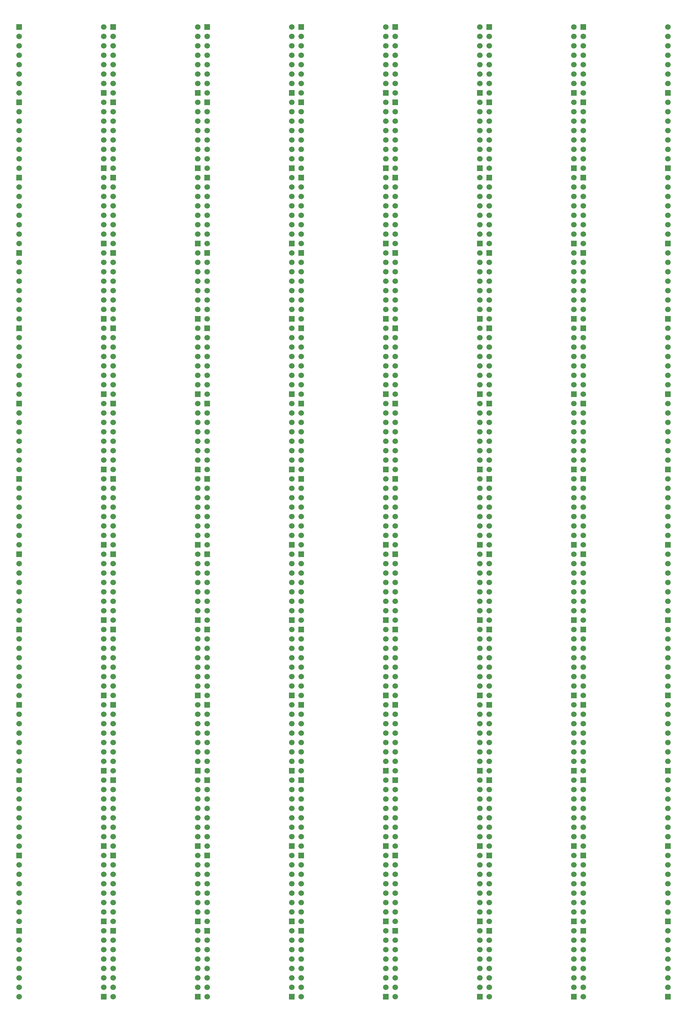
<source format=gbl>
G04 Layer_Physical_Order=2*
G04 Layer_Color=16711680*
%FSLAX25Y25*%
%MOIN*%
G70*
G01*
G75*
%ADD12C,0.05906*%
%ADD13R,0.05906X0.05906*%
D12*
X5000Y5000D02*
D03*
Y15000D02*
D03*
Y25000D02*
D03*
Y35000D02*
D03*
Y45000D02*
D03*
Y55000D02*
D03*
Y65000D02*
D03*
X95000Y75000D02*
D03*
Y65000D02*
D03*
Y55000D02*
D03*
Y45000D02*
D03*
Y35000D02*
D03*
Y25000D02*
D03*
Y15000D02*
D03*
X5000Y145000D02*
D03*
Y135000D02*
D03*
Y125000D02*
D03*
Y115000D02*
D03*
Y105000D02*
D03*
Y95000D02*
D03*
Y85000D02*
D03*
X95000Y95000D02*
D03*
Y105000D02*
D03*
Y115000D02*
D03*
Y125000D02*
D03*
Y135000D02*
D03*
Y145000D02*
D03*
Y155000D02*
D03*
X5000Y225000D02*
D03*
Y215000D02*
D03*
Y205000D02*
D03*
Y195000D02*
D03*
Y185000D02*
D03*
Y175000D02*
D03*
Y165000D02*
D03*
X95000Y175000D02*
D03*
Y185000D02*
D03*
Y195000D02*
D03*
Y205000D02*
D03*
Y215000D02*
D03*
Y225000D02*
D03*
Y235000D02*
D03*
X5000Y305000D02*
D03*
Y295000D02*
D03*
Y285000D02*
D03*
Y275000D02*
D03*
Y265000D02*
D03*
Y255000D02*
D03*
Y245000D02*
D03*
X95000Y255000D02*
D03*
Y265000D02*
D03*
Y275000D02*
D03*
Y285000D02*
D03*
Y295000D02*
D03*
Y305000D02*
D03*
Y315000D02*
D03*
X5000Y385000D02*
D03*
Y375000D02*
D03*
Y365000D02*
D03*
Y355000D02*
D03*
Y345000D02*
D03*
Y335000D02*
D03*
Y325000D02*
D03*
X95000Y335000D02*
D03*
Y345000D02*
D03*
Y355000D02*
D03*
Y365000D02*
D03*
Y375000D02*
D03*
Y385000D02*
D03*
Y395000D02*
D03*
X5000Y465000D02*
D03*
Y455000D02*
D03*
Y445000D02*
D03*
Y435000D02*
D03*
Y425000D02*
D03*
Y415000D02*
D03*
Y405000D02*
D03*
X95000Y415000D02*
D03*
Y425000D02*
D03*
Y435000D02*
D03*
Y445000D02*
D03*
Y455000D02*
D03*
Y465000D02*
D03*
Y475000D02*
D03*
X5000Y545000D02*
D03*
Y535000D02*
D03*
Y525000D02*
D03*
Y515000D02*
D03*
Y505000D02*
D03*
Y495000D02*
D03*
Y485000D02*
D03*
X95000Y495000D02*
D03*
Y505000D02*
D03*
Y515000D02*
D03*
Y525000D02*
D03*
Y535000D02*
D03*
Y545000D02*
D03*
Y555000D02*
D03*
X5000Y625000D02*
D03*
Y615000D02*
D03*
Y605000D02*
D03*
Y595000D02*
D03*
Y585000D02*
D03*
Y575000D02*
D03*
Y565000D02*
D03*
X95000Y575000D02*
D03*
Y585000D02*
D03*
Y595000D02*
D03*
Y605000D02*
D03*
Y615000D02*
D03*
Y625000D02*
D03*
Y635000D02*
D03*
X5000Y705000D02*
D03*
Y695000D02*
D03*
Y685000D02*
D03*
Y675000D02*
D03*
Y665000D02*
D03*
Y655000D02*
D03*
Y645000D02*
D03*
X95000Y655000D02*
D03*
Y665000D02*
D03*
Y675000D02*
D03*
Y685000D02*
D03*
Y695000D02*
D03*
Y705000D02*
D03*
Y715000D02*
D03*
X5000Y785000D02*
D03*
Y775000D02*
D03*
Y765000D02*
D03*
Y755000D02*
D03*
Y745000D02*
D03*
Y735000D02*
D03*
Y725000D02*
D03*
X95000Y735000D02*
D03*
Y745000D02*
D03*
Y755000D02*
D03*
Y765000D02*
D03*
Y775000D02*
D03*
Y785000D02*
D03*
Y795000D02*
D03*
X5000Y865000D02*
D03*
Y855000D02*
D03*
Y845000D02*
D03*
Y835000D02*
D03*
Y825000D02*
D03*
Y815000D02*
D03*
Y805000D02*
D03*
X95000Y815000D02*
D03*
Y825000D02*
D03*
Y835000D02*
D03*
Y845000D02*
D03*
Y855000D02*
D03*
Y865000D02*
D03*
Y875000D02*
D03*
X5000Y945000D02*
D03*
Y935000D02*
D03*
Y925000D02*
D03*
Y915000D02*
D03*
Y905000D02*
D03*
Y895000D02*
D03*
Y885000D02*
D03*
X95000Y895000D02*
D03*
Y905000D02*
D03*
Y915000D02*
D03*
Y925000D02*
D03*
Y935000D02*
D03*
Y945000D02*
D03*
Y955000D02*
D03*
X5000Y1025000D02*
D03*
Y1015000D02*
D03*
Y1005000D02*
D03*
Y995000D02*
D03*
Y985000D02*
D03*
Y975000D02*
D03*
Y965000D02*
D03*
X95000Y975000D02*
D03*
Y985000D02*
D03*
Y995000D02*
D03*
Y1005000D02*
D03*
Y1015000D02*
D03*
Y1025000D02*
D03*
Y1035000D02*
D03*
X105000Y65000D02*
D03*
Y55000D02*
D03*
Y45000D02*
D03*
Y35000D02*
D03*
Y25000D02*
D03*
Y15000D02*
D03*
Y5000D02*
D03*
X105000Y85000D02*
D03*
Y95000D02*
D03*
Y105000D02*
D03*
Y115000D02*
D03*
Y125000D02*
D03*
Y135000D02*
D03*
Y145000D02*
D03*
Y165000D02*
D03*
Y175000D02*
D03*
Y185000D02*
D03*
Y195000D02*
D03*
Y205000D02*
D03*
Y215000D02*
D03*
Y225000D02*
D03*
Y245000D02*
D03*
Y255000D02*
D03*
Y265000D02*
D03*
Y275000D02*
D03*
Y285000D02*
D03*
Y295000D02*
D03*
Y305000D02*
D03*
Y325000D02*
D03*
Y335000D02*
D03*
Y345000D02*
D03*
Y355000D02*
D03*
Y365000D02*
D03*
Y375000D02*
D03*
Y385000D02*
D03*
Y405000D02*
D03*
Y415000D02*
D03*
Y425000D02*
D03*
Y435000D02*
D03*
Y445000D02*
D03*
Y455000D02*
D03*
Y465000D02*
D03*
Y485000D02*
D03*
Y495000D02*
D03*
Y505000D02*
D03*
Y515000D02*
D03*
Y525000D02*
D03*
Y535000D02*
D03*
Y545000D02*
D03*
Y565000D02*
D03*
Y575000D02*
D03*
Y585000D02*
D03*
Y595000D02*
D03*
Y605000D02*
D03*
Y615000D02*
D03*
Y625000D02*
D03*
Y645000D02*
D03*
Y655000D02*
D03*
Y665000D02*
D03*
Y675000D02*
D03*
Y685000D02*
D03*
Y695000D02*
D03*
Y705000D02*
D03*
Y725000D02*
D03*
Y735000D02*
D03*
Y745000D02*
D03*
Y755000D02*
D03*
Y765000D02*
D03*
Y775000D02*
D03*
Y785000D02*
D03*
Y805000D02*
D03*
Y815000D02*
D03*
Y825000D02*
D03*
Y835000D02*
D03*
Y845000D02*
D03*
Y855000D02*
D03*
Y865000D02*
D03*
Y885000D02*
D03*
Y895000D02*
D03*
Y905000D02*
D03*
Y915000D02*
D03*
Y925000D02*
D03*
Y935000D02*
D03*
Y945000D02*
D03*
Y965000D02*
D03*
Y975000D02*
D03*
Y985000D02*
D03*
Y995000D02*
D03*
Y1005000D02*
D03*
Y1015000D02*
D03*
Y1025000D02*
D03*
X195000Y15000D02*
D03*
Y25000D02*
D03*
Y35000D02*
D03*
Y45000D02*
D03*
Y55000D02*
D03*
Y65000D02*
D03*
Y75000D02*
D03*
X195000Y155000D02*
D03*
Y145000D02*
D03*
Y135000D02*
D03*
Y125000D02*
D03*
Y115000D02*
D03*
Y105000D02*
D03*
Y95000D02*
D03*
Y235000D02*
D03*
Y225000D02*
D03*
Y215000D02*
D03*
Y205000D02*
D03*
Y195000D02*
D03*
Y185000D02*
D03*
Y175000D02*
D03*
Y315000D02*
D03*
Y305000D02*
D03*
Y295000D02*
D03*
Y285000D02*
D03*
Y275000D02*
D03*
Y265000D02*
D03*
Y255000D02*
D03*
Y395000D02*
D03*
Y385000D02*
D03*
Y375000D02*
D03*
Y365000D02*
D03*
Y355000D02*
D03*
Y345000D02*
D03*
Y335000D02*
D03*
Y475000D02*
D03*
Y465000D02*
D03*
Y455000D02*
D03*
Y445000D02*
D03*
Y435000D02*
D03*
Y425000D02*
D03*
Y415000D02*
D03*
Y555000D02*
D03*
Y545000D02*
D03*
Y535000D02*
D03*
Y525000D02*
D03*
Y515000D02*
D03*
Y505000D02*
D03*
Y495000D02*
D03*
Y635000D02*
D03*
Y625000D02*
D03*
Y615000D02*
D03*
Y605000D02*
D03*
Y595000D02*
D03*
Y585000D02*
D03*
Y575000D02*
D03*
Y715000D02*
D03*
Y705000D02*
D03*
Y695000D02*
D03*
Y685000D02*
D03*
Y675000D02*
D03*
Y665000D02*
D03*
Y655000D02*
D03*
Y795000D02*
D03*
Y785000D02*
D03*
Y775000D02*
D03*
Y765000D02*
D03*
Y755000D02*
D03*
Y745000D02*
D03*
Y735000D02*
D03*
Y875000D02*
D03*
Y865000D02*
D03*
Y855000D02*
D03*
Y845000D02*
D03*
Y835000D02*
D03*
Y825000D02*
D03*
Y815000D02*
D03*
Y955000D02*
D03*
Y945000D02*
D03*
Y935000D02*
D03*
Y925000D02*
D03*
Y915000D02*
D03*
Y905000D02*
D03*
Y895000D02*
D03*
Y1035000D02*
D03*
Y1025000D02*
D03*
Y1015000D02*
D03*
Y1005000D02*
D03*
Y995000D02*
D03*
Y985000D02*
D03*
Y975000D02*
D03*
X205000Y65000D02*
D03*
Y55000D02*
D03*
Y45000D02*
D03*
Y35000D02*
D03*
Y25000D02*
D03*
Y15000D02*
D03*
Y5000D02*
D03*
X205000Y85000D02*
D03*
Y95000D02*
D03*
Y105000D02*
D03*
Y115000D02*
D03*
Y125000D02*
D03*
Y135000D02*
D03*
Y145000D02*
D03*
Y165000D02*
D03*
Y175000D02*
D03*
Y185000D02*
D03*
Y195000D02*
D03*
Y205000D02*
D03*
Y215000D02*
D03*
Y225000D02*
D03*
Y245000D02*
D03*
Y255000D02*
D03*
Y265000D02*
D03*
Y275000D02*
D03*
Y285000D02*
D03*
Y295000D02*
D03*
Y305000D02*
D03*
Y325000D02*
D03*
Y335000D02*
D03*
Y345000D02*
D03*
Y355000D02*
D03*
Y365000D02*
D03*
Y375000D02*
D03*
Y385000D02*
D03*
Y405000D02*
D03*
Y415000D02*
D03*
Y425000D02*
D03*
Y435000D02*
D03*
Y445000D02*
D03*
Y455000D02*
D03*
Y465000D02*
D03*
Y485000D02*
D03*
Y495000D02*
D03*
Y505000D02*
D03*
Y515000D02*
D03*
Y525000D02*
D03*
Y535000D02*
D03*
Y545000D02*
D03*
Y565000D02*
D03*
Y575000D02*
D03*
Y585000D02*
D03*
Y595000D02*
D03*
Y605000D02*
D03*
Y615000D02*
D03*
Y625000D02*
D03*
Y645000D02*
D03*
Y655000D02*
D03*
Y665000D02*
D03*
Y675000D02*
D03*
Y685000D02*
D03*
Y695000D02*
D03*
Y705000D02*
D03*
Y725000D02*
D03*
Y735000D02*
D03*
Y745000D02*
D03*
Y755000D02*
D03*
Y765000D02*
D03*
Y775000D02*
D03*
Y785000D02*
D03*
Y805000D02*
D03*
Y815000D02*
D03*
Y825000D02*
D03*
Y835000D02*
D03*
Y845000D02*
D03*
Y855000D02*
D03*
Y865000D02*
D03*
Y885000D02*
D03*
Y895000D02*
D03*
Y905000D02*
D03*
Y915000D02*
D03*
Y925000D02*
D03*
Y935000D02*
D03*
Y945000D02*
D03*
Y965000D02*
D03*
Y975000D02*
D03*
Y985000D02*
D03*
Y995000D02*
D03*
Y1005000D02*
D03*
Y1015000D02*
D03*
Y1025000D02*
D03*
X295000Y15000D02*
D03*
Y25000D02*
D03*
Y35000D02*
D03*
Y45000D02*
D03*
Y55000D02*
D03*
Y65000D02*
D03*
Y75000D02*
D03*
X295000Y155000D02*
D03*
Y145000D02*
D03*
Y135000D02*
D03*
Y125000D02*
D03*
Y115000D02*
D03*
Y105000D02*
D03*
Y95000D02*
D03*
Y235000D02*
D03*
Y225000D02*
D03*
Y215000D02*
D03*
Y205000D02*
D03*
Y195000D02*
D03*
Y185000D02*
D03*
Y175000D02*
D03*
Y315000D02*
D03*
Y305000D02*
D03*
Y295000D02*
D03*
Y285000D02*
D03*
Y275000D02*
D03*
Y265000D02*
D03*
Y255000D02*
D03*
Y395000D02*
D03*
Y385000D02*
D03*
Y375000D02*
D03*
Y365000D02*
D03*
Y355000D02*
D03*
Y345000D02*
D03*
Y335000D02*
D03*
Y475000D02*
D03*
Y465000D02*
D03*
Y455000D02*
D03*
Y445000D02*
D03*
Y435000D02*
D03*
Y425000D02*
D03*
Y415000D02*
D03*
Y555000D02*
D03*
Y545000D02*
D03*
Y535000D02*
D03*
Y525000D02*
D03*
Y515000D02*
D03*
Y505000D02*
D03*
Y495000D02*
D03*
Y635000D02*
D03*
Y625000D02*
D03*
Y615000D02*
D03*
Y605000D02*
D03*
Y595000D02*
D03*
Y585000D02*
D03*
Y575000D02*
D03*
Y715000D02*
D03*
Y705000D02*
D03*
Y695000D02*
D03*
Y685000D02*
D03*
Y675000D02*
D03*
Y665000D02*
D03*
Y655000D02*
D03*
Y795000D02*
D03*
Y785000D02*
D03*
Y775000D02*
D03*
Y765000D02*
D03*
Y755000D02*
D03*
Y745000D02*
D03*
Y735000D02*
D03*
Y875000D02*
D03*
Y865000D02*
D03*
Y855000D02*
D03*
Y845000D02*
D03*
Y835000D02*
D03*
Y825000D02*
D03*
Y815000D02*
D03*
Y955000D02*
D03*
Y945000D02*
D03*
Y935000D02*
D03*
Y925000D02*
D03*
Y915000D02*
D03*
Y905000D02*
D03*
Y895000D02*
D03*
Y1035000D02*
D03*
Y1025000D02*
D03*
Y1015000D02*
D03*
Y1005000D02*
D03*
Y995000D02*
D03*
Y985000D02*
D03*
Y975000D02*
D03*
X395000Y75000D02*
D03*
Y65000D02*
D03*
Y55000D02*
D03*
Y45000D02*
D03*
Y35000D02*
D03*
Y25000D02*
D03*
Y15000D02*
D03*
X395000Y95000D02*
D03*
Y105000D02*
D03*
Y115000D02*
D03*
Y125000D02*
D03*
Y135000D02*
D03*
Y145000D02*
D03*
Y155000D02*
D03*
Y175000D02*
D03*
Y185000D02*
D03*
Y195000D02*
D03*
Y205000D02*
D03*
Y215000D02*
D03*
Y225000D02*
D03*
Y235000D02*
D03*
Y255000D02*
D03*
Y265000D02*
D03*
Y275000D02*
D03*
Y285000D02*
D03*
Y295000D02*
D03*
Y305000D02*
D03*
Y315000D02*
D03*
Y335000D02*
D03*
Y345000D02*
D03*
Y355000D02*
D03*
Y365000D02*
D03*
Y375000D02*
D03*
Y385000D02*
D03*
Y395000D02*
D03*
Y415000D02*
D03*
Y425000D02*
D03*
Y435000D02*
D03*
Y445000D02*
D03*
Y455000D02*
D03*
Y465000D02*
D03*
Y475000D02*
D03*
Y495000D02*
D03*
Y505000D02*
D03*
Y515000D02*
D03*
Y525000D02*
D03*
Y535000D02*
D03*
Y545000D02*
D03*
Y555000D02*
D03*
Y575000D02*
D03*
Y585000D02*
D03*
Y595000D02*
D03*
Y605000D02*
D03*
Y615000D02*
D03*
Y625000D02*
D03*
Y635000D02*
D03*
Y655000D02*
D03*
Y665000D02*
D03*
Y675000D02*
D03*
Y685000D02*
D03*
Y695000D02*
D03*
Y705000D02*
D03*
Y715000D02*
D03*
Y735000D02*
D03*
Y745000D02*
D03*
Y755000D02*
D03*
Y765000D02*
D03*
Y775000D02*
D03*
Y785000D02*
D03*
Y795000D02*
D03*
Y815000D02*
D03*
Y825000D02*
D03*
Y835000D02*
D03*
Y845000D02*
D03*
Y855000D02*
D03*
Y865000D02*
D03*
Y875000D02*
D03*
Y895000D02*
D03*
Y905000D02*
D03*
Y915000D02*
D03*
Y925000D02*
D03*
Y935000D02*
D03*
Y945000D02*
D03*
Y955000D02*
D03*
Y975000D02*
D03*
Y985000D02*
D03*
Y995000D02*
D03*
Y1005000D02*
D03*
Y1015000D02*
D03*
Y1025000D02*
D03*
Y1035000D02*
D03*
X305000Y225000D02*
D03*
Y215000D02*
D03*
Y205000D02*
D03*
Y195000D02*
D03*
Y185000D02*
D03*
Y175000D02*
D03*
Y165000D02*
D03*
Y465000D02*
D03*
Y455000D02*
D03*
Y445000D02*
D03*
Y435000D02*
D03*
Y425000D02*
D03*
Y415000D02*
D03*
Y405000D02*
D03*
Y625000D02*
D03*
Y615000D02*
D03*
Y605000D02*
D03*
Y595000D02*
D03*
Y585000D02*
D03*
Y575000D02*
D03*
Y565000D02*
D03*
Y865000D02*
D03*
Y855000D02*
D03*
Y845000D02*
D03*
Y835000D02*
D03*
Y825000D02*
D03*
Y815000D02*
D03*
Y805000D02*
D03*
X305000Y5000D02*
D03*
Y15000D02*
D03*
Y25000D02*
D03*
Y35000D02*
D03*
Y45000D02*
D03*
Y55000D02*
D03*
Y65000D02*
D03*
X305000Y145000D02*
D03*
Y135000D02*
D03*
Y125000D02*
D03*
Y115000D02*
D03*
Y105000D02*
D03*
Y95000D02*
D03*
Y85000D02*
D03*
Y305000D02*
D03*
Y295000D02*
D03*
Y285000D02*
D03*
Y275000D02*
D03*
Y265000D02*
D03*
Y255000D02*
D03*
Y245000D02*
D03*
Y385000D02*
D03*
Y375000D02*
D03*
Y365000D02*
D03*
Y355000D02*
D03*
Y345000D02*
D03*
Y335000D02*
D03*
Y325000D02*
D03*
Y545000D02*
D03*
Y535000D02*
D03*
Y525000D02*
D03*
Y515000D02*
D03*
Y505000D02*
D03*
Y495000D02*
D03*
Y485000D02*
D03*
Y705000D02*
D03*
Y695000D02*
D03*
Y685000D02*
D03*
Y675000D02*
D03*
Y665000D02*
D03*
Y655000D02*
D03*
Y645000D02*
D03*
Y785000D02*
D03*
Y775000D02*
D03*
Y765000D02*
D03*
Y755000D02*
D03*
Y745000D02*
D03*
Y735000D02*
D03*
Y725000D02*
D03*
Y945000D02*
D03*
Y935000D02*
D03*
Y925000D02*
D03*
Y915000D02*
D03*
Y905000D02*
D03*
Y895000D02*
D03*
Y885000D02*
D03*
Y1025000D02*
D03*
Y1015000D02*
D03*
Y1005000D02*
D03*
Y995000D02*
D03*
Y985000D02*
D03*
Y975000D02*
D03*
Y965000D02*
D03*
X405000Y65000D02*
D03*
Y55000D02*
D03*
Y45000D02*
D03*
Y35000D02*
D03*
Y25000D02*
D03*
Y15000D02*
D03*
Y5000D02*
D03*
X405000Y85000D02*
D03*
Y95000D02*
D03*
Y105000D02*
D03*
Y115000D02*
D03*
Y125000D02*
D03*
Y135000D02*
D03*
Y145000D02*
D03*
Y165000D02*
D03*
Y175000D02*
D03*
Y185000D02*
D03*
Y195000D02*
D03*
Y205000D02*
D03*
Y215000D02*
D03*
Y225000D02*
D03*
Y245000D02*
D03*
Y255000D02*
D03*
Y265000D02*
D03*
Y275000D02*
D03*
Y285000D02*
D03*
Y295000D02*
D03*
Y305000D02*
D03*
Y325000D02*
D03*
Y335000D02*
D03*
Y345000D02*
D03*
Y355000D02*
D03*
Y365000D02*
D03*
Y375000D02*
D03*
Y385000D02*
D03*
Y405000D02*
D03*
Y415000D02*
D03*
Y425000D02*
D03*
Y435000D02*
D03*
Y445000D02*
D03*
Y455000D02*
D03*
Y465000D02*
D03*
Y485000D02*
D03*
Y495000D02*
D03*
Y505000D02*
D03*
Y515000D02*
D03*
Y525000D02*
D03*
Y535000D02*
D03*
Y545000D02*
D03*
Y565000D02*
D03*
Y575000D02*
D03*
Y585000D02*
D03*
Y595000D02*
D03*
Y605000D02*
D03*
Y615000D02*
D03*
Y625000D02*
D03*
Y645000D02*
D03*
Y655000D02*
D03*
Y665000D02*
D03*
Y675000D02*
D03*
Y685000D02*
D03*
Y695000D02*
D03*
Y705000D02*
D03*
Y725000D02*
D03*
Y735000D02*
D03*
Y745000D02*
D03*
Y755000D02*
D03*
Y765000D02*
D03*
Y775000D02*
D03*
Y785000D02*
D03*
Y805000D02*
D03*
Y815000D02*
D03*
Y825000D02*
D03*
Y835000D02*
D03*
Y845000D02*
D03*
Y855000D02*
D03*
Y865000D02*
D03*
Y885000D02*
D03*
Y895000D02*
D03*
Y905000D02*
D03*
Y915000D02*
D03*
Y925000D02*
D03*
Y935000D02*
D03*
Y945000D02*
D03*
Y965000D02*
D03*
Y975000D02*
D03*
Y985000D02*
D03*
Y995000D02*
D03*
Y1005000D02*
D03*
Y1015000D02*
D03*
Y1025000D02*
D03*
X495000Y15000D02*
D03*
Y25000D02*
D03*
Y35000D02*
D03*
Y45000D02*
D03*
Y55000D02*
D03*
Y65000D02*
D03*
Y75000D02*
D03*
X495000Y155000D02*
D03*
Y145000D02*
D03*
Y135000D02*
D03*
Y125000D02*
D03*
Y115000D02*
D03*
Y105000D02*
D03*
Y95000D02*
D03*
Y235000D02*
D03*
Y225000D02*
D03*
Y215000D02*
D03*
Y205000D02*
D03*
Y195000D02*
D03*
Y185000D02*
D03*
Y175000D02*
D03*
Y315000D02*
D03*
Y305000D02*
D03*
Y295000D02*
D03*
Y285000D02*
D03*
Y275000D02*
D03*
Y265000D02*
D03*
Y255000D02*
D03*
Y395000D02*
D03*
Y385000D02*
D03*
Y375000D02*
D03*
Y365000D02*
D03*
Y355000D02*
D03*
Y345000D02*
D03*
Y335000D02*
D03*
Y475000D02*
D03*
Y465000D02*
D03*
Y455000D02*
D03*
Y445000D02*
D03*
Y435000D02*
D03*
Y425000D02*
D03*
Y415000D02*
D03*
Y555000D02*
D03*
Y545000D02*
D03*
Y535000D02*
D03*
Y525000D02*
D03*
Y515000D02*
D03*
Y505000D02*
D03*
Y495000D02*
D03*
Y635000D02*
D03*
Y625000D02*
D03*
Y615000D02*
D03*
Y605000D02*
D03*
Y595000D02*
D03*
Y585000D02*
D03*
Y575000D02*
D03*
Y715000D02*
D03*
Y705000D02*
D03*
Y695000D02*
D03*
Y685000D02*
D03*
Y675000D02*
D03*
Y665000D02*
D03*
Y655000D02*
D03*
Y795000D02*
D03*
Y785000D02*
D03*
Y775000D02*
D03*
Y765000D02*
D03*
Y755000D02*
D03*
Y745000D02*
D03*
Y735000D02*
D03*
Y875000D02*
D03*
Y865000D02*
D03*
Y855000D02*
D03*
Y845000D02*
D03*
Y835000D02*
D03*
Y825000D02*
D03*
Y815000D02*
D03*
Y955000D02*
D03*
Y945000D02*
D03*
Y935000D02*
D03*
Y925000D02*
D03*
Y915000D02*
D03*
Y905000D02*
D03*
Y895000D02*
D03*
Y1035000D02*
D03*
Y1025000D02*
D03*
Y1015000D02*
D03*
Y1005000D02*
D03*
Y995000D02*
D03*
Y985000D02*
D03*
Y975000D02*
D03*
X595000Y75000D02*
D03*
Y65000D02*
D03*
Y55000D02*
D03*
Y45000D02*
D03*
Y35000D02*
D03*
Y25000D02*
D03*
Y15000D02*
D03*
X595000Y95000D02*
D03*
Y105000D02*
D03*
Y115000D02*
D03*
Y125000D02*
D03*
Y135000D02*
D03*
Y145000D02*
D03*
Y155000D02*
D03*
Y175000D02*
D03*
Y185000D02*
D03*
Y195000D02*
D03*
Y205000D02*
D03*
Y215000D02*
D03*
Y225000D02*
D03*
Y235000D02*
D03*
Y255000D02*
D03*
Y265000D02*
D03*
Y275000D02*
D03*
Y285000D02*
D03*
Y295000D02*
D03*
Y305000D02*
D03*
Y315000D02*
D03*
Y335000D02*
D03*
Y345000D02*
D03*
Y355000D02*
D03*
Y365000D02*
D03*
Y375000D02*
D03*
Y385000D02*
D03*
Y395000D02*
D03*
Y415000D02*
D03*
Y425000D02*
D03*
Y435000D02*
D03*
Y445000D02*
D03*
Y455000D02*
D03*
Y465000D02*
D03*
Y475000D02*
D03*
Y495000D02*
D03*
Y505000D02*
D03*
Y515000D02*
D03*
Y525000D02*
D03*
Y535000D02*
D03*
Y545000D02*
D03*
Y555000D02*
D03*
Y575000D02*
D03*
Y585000D02*
D03*
Y595000D02*
D03*
Y605000D02*
D03*
Y615000D02*
D03*
Y625000D02*
D03*
Y635000D02*
D03*
Y655000D02*
D03*
Y665000D02*
D03*
Y675000D02*
D03*
Y685000D02*
D03*
Y695000D02*
D03*
Y705000D02*
D03*
Y715000D02*
D03*
Y735000D02*
D03*
Y745000D02*
D03*
Y755000D02*
D03*
Y765000D02*
D03*
Y775000D02*
D03*
Y785000D02*
D03*
Y795000D02*
D03*
Y815000D02*
D03*
Y825000D02*
D03*
Y835000D02*
D03*
Y845000D02*
D03*
Y855000D02*
D03*
Y865000D02*
D03*
Y875000D02*
D03*
Y895000D02*
D03*
Y905000D02*
D03*
Y915000D02*
D03*
Y925000D02*
D03*
Y935000D02*
D03*
Y945000D02*
D03*
Y955000D02*
D03*
Y975000D02*
D03*
Y985000D02*
D03*
Y995000D02*
D03*
Y1005000D02*
D03*
Y1015000D02*
D03*
Y1025000D02*
D03*
Y1035000D02*
D03*
X505000Y225000D02*
D03*
Y215000D02*
D03*
Y205000D02*
D03*
Y195000D02*
D03*
Y185000D02*
D03*
Y175000D02*
D03*
Y165000D02*
D03*
Y465000D02*
D03*
Y455000D02*
D03*
Y445000D02*
D03*
Y435000D02*
D03*
Y425000D02*
D03*
Y415000D02*
D03*
Y405000D02*
D03*
Y625000D02*
D03*
Y615000D02*
D03*
Y605000D02*
D03*
Y595000D02*
D03*
Y585000D02*
D03*
Y575000D02*
D03*
Y565000D02*
D03*
Y865000D02*
D03*
Y855000D02*
D03*
Y845000D02*
D03*
Y835000D02*
D03*
Y825000D02*
D03*
Y815000D02*
D03*
Y805000D02*
D03*
X505000Y5000D02*
D03*
Y15000D02*
D03*
Y25000D02*
D03*
Y35000D02*
D03*
Y45000D02*
D03*
Y55000D02*
D03*
Y65000D02*
D03*
X505000Y145000D02*
D03*
Y135000D02*
D03*
Y125000D02*
D03*
Y115000D02*
D03*
Y105000D02*
D03*
Y95000D02*
D03*
Y85000D02*
D03*
Y305000D02*
D03*
Y295000D02*
D03*
Y285000D02*
D03*
Y275000D02*
D03*
Y265000D02*
D03*
Y255000D02*
D03*
Y245000D02*
D03*
Y385000D02*
D03*
Y375000D02*
D03*
Y365000D02*
D03*
Y355000D02*
D03*
Y345000D02*
D03*
Y335000D02*
D03*
Y325000D02*
D03*
Y545000D02*
D03*
Y535000D02*
D03*
Y525000D02*
D03*
Y515000D02*
D03*
Y505000D02*
D03*
Y495000D02*
D03*
Y485000D02*
D03*
Y705000D02*
D03*
Y695000D02*
D03*
Y685000D02*
D03*
Y675000D02*
D03*
Y665000D02*
D03*
Y655000D02*
D03*
Y645000D02*
D03*
Y785000D02*
D03*
Y775000D02*
D03*
Y765000D02*
D03*
Y755000D02*
D03*
Y745000D02*
D03*
Y735000D02*
D03*
Y725000D02*
D03*
Y945000D02*
D03*
Y935000D02*
D03*
Y925000D02*
D03*
Y915000D02*
D03*
Y905000D02*
D03*
Y895000D02*
D03*
Y885000D02*
D03*
Y1025000D02*
D03*
Y1015000D02*
D03*
Y1005000D02*
D03*
Y995000D02*
D03*
Y985000D02*
D03*
Y975000D02*
D03*
Y965000D02*
D03*
X695000Y15000D02*
D03*
Y25000D02*
D03*
Y35000D02*
D03*
Y45000D02*
D03*
Y55000D02*
D03*
Y65000D02*
D03*
Y75000D02*
D03*
X695000Y155000D02*
D03*
Y145000D02*
D03*
Y135000D02*
D03*
Y125000D02*
D03*
Y115000D02*
D03*
Y105000D02*
D03*
Y95000D02*
D03*
Y235000D02*
D03*
Y225000D02*
D03*
Y215000D02*
D03*
Y205000D02*
D03*
Y195000D02*
D03*
Y185000D02*
D03*
Y175000D02*
D03*
Y315000D02*
D03*
Y305000D02*
D03*
Y295000D02*
D03*
Y285000D02*
D03*
Y275000D02*
D03*
Y265000D02*
D03*
Y255000D02*
D03*
Y395000D02*
D03*
Y385000D02*
D03*
Y375000D02*
D03*
Y365000D02*
D03*
Y355000D02*
D03*
Y345000D02*
D03*
Y335000D02*
D03*
Y475000D02*
D03*
Y465000D02*
D03*
Y455000D02*
D03*
Y445000D02*
D03*
Y435000D02*
D03*
Y425000D02*
D03*
Y415000D02*
D03*
Y555000D02*
D03*
Y545000D02*
D03*
Y535000D02*
D03*
Y525000D02*
D03*
Y515000D02*
D03*
Y505000D02*
D03*
Y495000D02*
D03*
Y635000D02*
D03*
Y625000D02*
D03*
Y615000D02*
D03*
Y605000D02*
D03*
Y595000D02*
D03*
Y585000D02*
D03*
Y575000D02*
D03*
Y715000D02*
D03*
Y705000D02*
D03*
Y695000D02*
D03*
Y685000D02*
D03*
Y675000D02*
D03*
Y665000D02*
D03*
Y655000D02*
D03*
Y795000D02*
D03*
Y785000D02*
D03*
Y775000D02*
D03*
Y765000D02*
D03*
Y755000D02*
D03*
Y745000D02*
D03*
Y735000D02*
D03*
Y875000D02*
D03*
Y865000D02*
D03*
Y855000D02*
D03*
Y845000D02*
D03*
Y835000D02*
D03*
Y825000D02*
D03*
Y815000D02*
D03*
Y955000D02*
D03*
Y945000D02*
D03*
Y935000D02*
D03*
Y925000D02*
D03*
Y915000D02*
D03*
Y905000D02*
D03*
Y895000D02*
D03*
Y1035000D02*
D03*
Y1025000D02*
D03*
Y1015000D02*
D03*
Y1005000D02*
D03*
Y995000D02*
D03*
Y985000D02*
D03*
Y975000D02*
D03*
X605000Y165000D02*
D03*
Y175000D02*
D03*
Y185000D02*
D03*
Y195000D02*
D03*
Y205000D02*
D03*
Y215000D02*
D03*
Y225000D02*
D03*
Y405000D02*
D03*
Y415000D02*
D03*
Y425000D02*
D03*
Y435000D02*
D03*
Y445000D02*
D03*
Y455000D02*
D03*
Y465000D02*
D03*
Y565000D02*
D03*
Y575000D02*
D03*
Y585000D02*
D03*
Y595000D02*
D03*
Y605000D02*
D03*
Y615000D02*
D03*
Y625000D02*
D03*
Y805000D02*
D03*
Y815000D02*
D03*
Y825000D02*
D03*
Y835000D02*
D03*
Y845000D02*
D03*
Y855000D02*
D03*
Y865000D02*
D03*
X605000Y65000D02*
D03*
Y55000D02*
D03*
Y45000D02*
D03*
Y35000D02*
D03*
Y25000D02*
D03*
Y15000D02*
D03*
Y5000D02*
D03*
X605000Y85000D02*
D03*
Y95000D02*
D03*
Y105000D02*
D03*
Y115000D02*
D03*
Y125000D02*
D03*
Y135000D02*
D03*
Y145000D02*
D03*
Y245000D02*
D03*
Y255000D02*
D03*
Y265000D02*
D03*
Y275000D02*
D03*
Y285000D02*
D03*
Y295000D02*
D03*
Y305000D02*
D03*
Y325000D02*
D03*
Y335000D02*
D03*
Y345000D02*
D03*
Y355000D02*
D03*
Y365000D02*
D03*
Y375000D02*
D03*
Y385000D02*
D03*
Y485000D02*
D03*
Y495000D02*
D03*
Y505000D02*
D03*
Y515000D02*
D03*
Y525000D02*
D03*
Y535000D02*
D03*
Y545000D02*
D03*
Y645000D02*
D03*
Y655000D02*
D03*
Y665000D02*
D03*
Y675000D02*
D03*
Y685000D02*
D03*
Y695000D02*
D03*
Y705000D02*
D03*
Y725000D02*
D03*
Y735000D02*
D03*
Y745000D02*
D03*
Y755000D02*
D03*
Y765000D02*
D03*
Y775000D02*
D03*
Y785000D02*
D03*
Y885000D02*
D03*
Y895000D02*
D03*
Y905000D02*
D03*
Y915000D02*
D03*
Y925000D02*
D03*
Y935000D02*
D03*
Y945000D02*
D03*
Y965000D02*
D03*
Y975000D02*
D03*
Y985000D02*
D03*
Y995000D02*
D03*
Y1005000D02*
D03*
Y1015000D02*
D03*
Y1025000D02*
D03*
D13*
X5000Y75000D02*
D03*
X95000Y5000D02*
D03*
X5000Y155000D02*
D03*
X95000Y85000D02*
D03*
X5000Y235000D02*
D03*
X95000Y165000D02*
D03*
X5000Y315000D02*
D03*
X95000Y245000D02*
D03*
X5000Y395000D02*
D03*
X95000Y325000D02*
D03*
X5000Y475000D02*
D03*
X95000Y405000D02*
D03*
X5000Y555000D02*
D03*
X95000Y485000D02*
D03*
X5000Y635000D02*
D03*
X95000Y565000D02*
D03*
X5000Y715000D02*
D03*
X95000Y645000D02*
D03*
X5000Y795000D02*
D03*
X95000Y725000D02*
D03*
X5000Y875000D02*
D03*
X95000Y805000D02*
D03*
X5000Y955000D02*
D03*
X95000Y885000D02*
D03*
X5000Y1035000D02*
D03*
X95000Y965000D02*
D03*
X105000Y75000D02*
D03*
X105000Y155000D02*
D03*
Y235000D02*
D03*
Y315000D02*
D03*
Y395000D02*
D03*
Y475000D02*
D03*
Y555000D02*
D03*
Y635000D02*
D03*
Y715000D02*
D03*
Y795000D02*
D03*
Y875000D02*
D03*
Y955000D02*
D03*
Y1035000D02*
D03*
X195000Y5000D02*
D03*
X195000Y85000D02*
D03*
Y165000D02*
D03*
Y245000D02*
D03*
Y325000D02*
D03*
Y405000D02*
D03*
Y485000D02*
D03*
Y565000D02*
D03*
Y645000D02*
D03*
Y725000D02*
D03*
Y805000D02*
D03*
Y885000D02*
D03*
Y965000D02*
D03*
X205000Y75000D02*
D03*
X205000Y155000D02*
D03*
Y235000D02*
D03*
Y315000D02*
D03*
Y395000D02*
D03*
Y475000D02*
D03*
Y555000D02*
D03*
Y635000D02*
D03*
Y715000D02*
D03*
Y795000D02*
D03*
Y875000D02*
D03*
Y955000D02*
D03*
Y1035000D02*
D03*
X295000Y5000D02*
D03*
X295000Y85000D02*
D03*
Y165000D02*
D03*
Y245000D02*
D03*
Y325000D02*
D03*
Y405000D02*
D03*
Y485000D02*
D03*
Y565000D02*
D03*
Y645000D02*
D03*
Y725000D02*
D03*
Y805000D02*
D03*
Y885000D02*
D03*
Y965000D02*
D03*
X395000Y5000D02*
D03*
X395000Y85000D02*
D03*
Y165000D02*
D03*
Y245000D02*
D03*
Y325000D02*
D03*
Y405000D02*
D03*
Y485000D02*
D03*
Y565000D02*
D03*
Y645000D02*
D03*
Y725000D02*
D03*
Y805000D02*
D03*
Y885000D02*
D03*
Y965000D02*
D03*
X305000Y235000D02*
D03*
Y475000D02*
D03*
Y635000D02*
D03*
Y875000D02*
D03*
X305000Y75000D02*
D03*
X305000Y155000D02*
D03*
Y315000D02*
D03*
Y395000D02*
D03*
Y555000D02*
D03*
Y715000D02*
D03*
Y795000D02*
D03*
Y955000D02*
D03*
Y1035000D02*
D03*
X405000Y75000D02*
D03*
X405000Y155000D02*
D03*
Y235000D02*
D03*
Y315000D02*
D03*
Y395000D02*
D03*
Y475000D02*
D03*
Y555000D02*
D03*
Y635000D02*
D03*
Y715000D02*
D03*
Y795000D02*
D03*
Y875000D02*
D03*
Y955000D02*
D03*
Y1035000D02*
D03*
X495000Y5000D02*
D03*
X495000Y85000D02*
D03*
Y165000D02*
D03*
Y245000D02*
D03*
Y325000D02*
D03*
Y405000D02*
D03*
Y485000D02*
D03*
Y565000D02*
D03*
Y645000D02*
D03*
Y725000D02*
D03*
Y805000D02*
D03*
Y885000D02*
D03*
Y965000D02*
D03*
X595000Y5000D02*
D03*
X595000Y85000D02*
D03*
Y165000D02*
D03*
Y245000D02*
D03*
Y325000D02*
D03*
Y405000D02*
D03*
Y485000D02*
D03*
Y565000D02*
D03*
Y645000D02*
D03*
Y725000D02*
D03*
Y805000D02*
D03*
Y885000D02*
D03*
Y965000D02*
D03*
X505000Y235000D02*
D03*
Y475000D02*
D03*
Y635000D02*
D03*
Y875000D02*
D03*
X505000Y75000D02*
D03*
X505000Y155000D02*
D03*
Y315000D02*
D03*
Y395000D02*
D03*
Y555000D02*
D03*
Y715000D02*
D03*
Y795000D02*
D03*
Y955000D02*
D03*
Y1035000D02*
D03*
X695000Y5000D02*
D03*
X695000Y85000D02*
D03*
Y165000D02*
D03*
Y245000D02*
D03*
Y325000D02*
D03*
Y405000D02*
D03*
Y485000D02*
D03*
Y565000D02*
D03*
Y645000D02*
D03*
Y725000D02*
D03*
Y805000D02*
D03*
Y885000D02*
D03*
Y965000D02*
D03*
X605000Y235000D02*
D03*
Y475000D02*
D03*
Y635000D02*
D03*
Y875000D02*
D03*
X605000Y75000D02*
D03*
X605000Y155000D02*
D03*
Y315000D02*
D03*
Y395000D02*
D03*
Y555000D02*
D03*
Y715000D02*
D03*
Y795000D02*
D03*
Y955000D02*
D03*
Y1035000D02*
D03*
M02*

</source>
